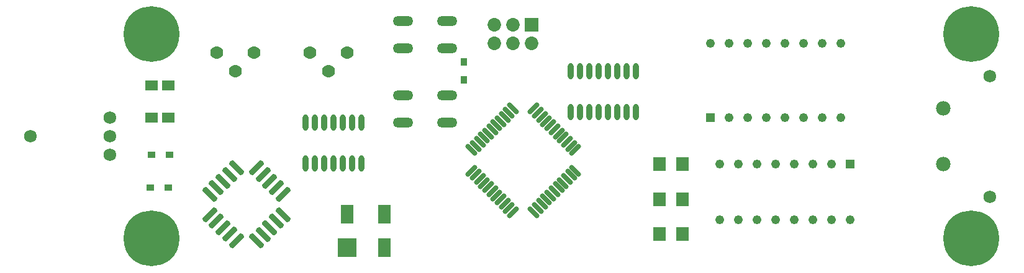
<source format=gbr>
G04 DipTrace 3.3.0.0*
G04 TopMask.gbr*
%MOIN*%
G04 #@! TF.FileFunction,Soldermask,Top*
G04 #@! TF.Part,Single*
%AMOUTLINE1*
4,1,16,
-0.028155,-0.008663,
-0.031201,-0.013509,
-0.031891,-0.019649,
-0.029851,-0.025482,
-0.025482,-0.029851,
-0.019649,-0.031891,
-0.013509,-0.031201,
-0.008663,-0.028155,
0.028155,0.008663,
0.031201,0.013509,
0.031891,0.019649,
0.029851,0.025482,
0.025482,0.029851,
0.019649,0.031891,
0.013509,0.031201,
0.008663,0.028155,
-0.028155,-0.008663,
0*%
%AMOUTLINE4*
4,1,16,
0.008663,-0.028155,
0.013509,-0.031201,
0.019649,-0.031891,
0.025482,-0.029851,
0.029851,-0.025482,
0.031891,-0.019649,
0.031201,-0.013509,
0.028155,-0.008663,
-0.008663,0.028155,
-0.013509,0.031201,
-0.019649,0.031891,
-0.025482,0.029851,
-0.029851,0.025482,
-0.031891,0.019649,
-0.031201,0.013509,
-0.028155,0.008663,
0.008663,-0.028155,
0*%
%AMOUTLINE7*
4,1,16,
-0.012377,0.03492,
-0.018037,0.038476,
-0.025131,0.039274,
-0.031869,0.036917,
-0.036917,0.031869,
-0.039274,0.025131,
-0.038476,0.018037,
-0.03492,0.012377,
0.012377,-0.03492,
0.018037,-0.038476,
0.025131,-0.039274,
0.031869,-0.036917,
0.036917,-0.031869,
0.039274,-0.025131,
0.038476,-0.018037,
0.03492,-0.012377,
-0.012377,0.03492,
0*%
%AMOUTLINE10*
4,1,16,
-0.03492,-0.012377,
-0.038476,-0.018037,
-0.039274,-0.025131,
-0.036917,-0.031869,
-0.031869,-0.036917,
-0.025131,-0.039274,
-0.018037,-0.038476,
-0.012377,-0.03492,
0.03492,0.012377,
0.038476,0.018037,
0.039274,0.025131,
0.036917,0.031869,
0.031869,0.036917,
0.025131,0.039274,
0.018037,0.038476,
0.012377,0.03492,
-0.03492,-0.012377,
0*%
%AMOUTLINE13*
4,1,8,
-0.038361,0.017109,
-0.038361,0.029559,
-0.029559,0.038361,
-0.017109,0.038361,
0.038361,-0.017109,
0.038361,-0.029559,
0.029559,-0.038361,
0.017109,-0.038361,
-0.038361,0.017109,
0*%
%ADD25C,0.001312*%
%ADD26C,0.3*%
%ADD50C,0.145699*%
%ADD62R,0.098431X0.098431*%
%ADD64R,0.066935X0.098431*%
%ADD66O,0.10788X0.05288*%
%ADD68C,0.07788*%
%ADD70O,0.03188X0.08788*%
%ADD72C,0.06988*%
%ADD74R,0.06788X0.07288*%
%ADD76R,0.04788X0.04788*%
%ADD78C,0.04788*%
%ADD80C,0.06788*%
%ADD82R,0.07288X0.07288*%
%ADD84C,0.07288*%
%ADD86R,0.04388X0.03488*%
%ADD88R,0.03488X0.04388*%
%ADD92R,0.06788X0.05788*%
%ADD98OUTLINE1*%
%ADD101OUTLINE4*%
%ADD104OUTLINE7*%
%ADD107OUTLINE10*%
%ADD110OUTLINE13*%
%FSLAX26Y26*%
G04*
G70*
G90*
G75*
G01*
G04 TopMask*
%LPD*%
D88*
X2625000Y1150000D3*
Y1054000D3*
D86*
X950000Y650000D3*
X1046000D3*
X1037500Y475000D3*
X941500D3*
D50*
X950000Y200000D3*
X5350000Y1300000D3*
Y200000D3*
X950000Y1300000D3*
D84*
X2987500Y1250000D3*
X2887500Y1350000D3*
X2787500D3*
D82*
X2987500D3*
D84*
X2787500Y1250000D3*
X2887500D3*
D80*
X300000Y750000D3*
X5450000Y1075000D3*
Y425000D3*
D78*
X3950000Y1250000D3*
X4050000D3*
X4150000D3*
X4250000D3*
X4350000D3*
X4450000D3*
X4550000D3*
X4650000D3*
Y850000D3*
X4550000D3*
X4450000D3*
X4350000D3*
X4250000D3*
X4150000D3*
X4050000D3*
D76*
X3950000D3*
D74*
X3800000Y225000D3*
X3675000D3*
X3800000Y412500D3*
X3675000D3*
X3800000Y600000D3*
X3675000D3*
D92*
X1037500Y850000D3*
X947500D3*
X950000Y1025000D3*
X1040000D3*
D72*
X2000000Y1200000D3*
X1800000D3*
X1900000Y1100000D3*
X1500000Y1200000D3*
X1300000D3*
X1400000Y1100000D3*
D70*
X3250000D3*
X3200000D3*
X3550000Y880000D3*
X3200000D3*
X3300000Y1100000D3*
X3350000D3*
X3400000D3*
X3450000D3*
X3500000D3*
X3550000D3*
X3500000Y880000D3*
X3450000D3*
X3400000D3*
X3350000D3*
X3300000D3*
X3250000D3*
D68*
X5200000Y600000D3*
Y900000D3*
D80*
X725000Y650000D3*
Y750000D3*
Y850000D3*
D66*
X2300000Y1225000D3*
X2535000D3*
Y1370000D3*
X2300000D3*
Y825000D3*
X2535000D3*
Y970000D3*
X2300000D3*
D98*
X3000000Y900000D3*
D101*
Y343223D3*
X2888646Y900000D3*
D98*
X3022272Y877728D3*
X3044543Y855458D3*
X3066814Y833186D3*
X3089085Y810916D3*
X3111356Y788644D3*
X3133627Y766374D3*
X3155898Y744102D3*
X3178169Y721832D3*
X3200440Y699560D3*
X3222711Y677289D3*
D101*
Y565934D3*
X3200440Y543663D3*
X3178168Y521391D3*
X3155898Y499121D3*
X3133627Y476849D3*
X3111356Y454579D3*
X3089085Y432307D3*
X3066814Y410037D3*
X3044543Y387765D3*
X3022272Y365495D3*
D98*
X2888646Y343223D3*
X2866374Y365495D3*
X2844102Y387765D3*
X2821832Y410037D3*
X2799560Y432307D3*
X2777290Y454579D3*
X2755018Y476849D3*
X2732748Y499121D3*
X2710476Y521391D3*
X2688206Y543663D3*
X2665934Y565934D3*
D101*
Y677289D3*
X2688206Y699560D3*
X2710476Y721832D3*
X2732748Y744102D3*
X2755018Y766374D3*
X2777290Y788644D3*
X2799560Y810916D3*
X2821832Y833186D3*
X2844102Y855457D3*
X2866373Y877728D3*
D104*
X1512500Y187500D3*
X1547854Y222856D3*
X1618566Y293567D3*
X1654629Y329629D3*
D107*
Y438524D3*
X1618566Y474585D3*
X1583210Y509941D3*
X1547854Y545297D3*
X1512500Y580652D3*
D104*
X1403605D3*
X1367543Y544589D3*
X1332188Y509234D3*
X1296832Y473879D3*
X1261476Y438524D3*
D107*
Y329629D3*
X1296832Y294273D3*
X1332188Y258919D3*
X1367543Y223563D3*
X1403605Y187500D3*
D110*
X1583210Y258211D3*
D78*
X4700000Y300000D3*
X4600000D3*
X4500000D3*
X4400000D3*
X4300000D3*
X4200000D3*
X4100000D3*
X4000000D3*
Y600000D3*
X4100000D3*
X4200000D3*
X4300000D3*
X4400000D3*
X4500000D3*
X4600000D3*
D76*
X4700000D3*
D70*
X2075000Y825000D3*
Y605000D3*
X2025000D3*
X1975000D3*
X1925000D3*
X1875000D3*
X1825000D3*
X1775000D3*
Y825000D3*
X1825000D3*
X1875000D3*
X1925000D3*
X1975000D3*
X2025000D3*
D64*
X2200000Y150000D3*
X1999214Y331102D3*
D62*
Y150000D3*
D64*
X2200000Y331102D3*
X950000Y1350000D2*
D25*
Y1353488D1*
Y1356959D1*
Y1360396D1*
Y1363782D1*
Y1367101D1*
Y1370337D1*
Y1373474D1*
Y1376496D1*
Y1379389D1*
Y1382139D1*
Y1384733D1*
Y1387157D1*
Y1389401D1*
Y1391452D1*
Y1393301D1*
Y1394940D1*
Y1396359D1*
Y1397553D1*
Y1398515D1*
Y1399240D1*
Y1399726D1*
Y1399970D1*
Y1399726D1*
Y1399240D1*
Y1398515D1*
Y1397553D1*
Y1396359D1*
Y1394940D1*
Y1393301D1*
Y1391452D1*
Y1389401D1*
Y1387157D1*
Y1384733D1*
Y1382139D1*
Y1379389D1*
Y1376496D1*
Y1373474D1*
Y1370337D1*
Y1367101D1*
Y1363782D1*
Y1360396D1*
Y1356959D1*
Y1353488D1*
Y1350000D1*
Y1346512D1*
Y1343041D1*
Y1339604D1*
Y1336218D1*
Y1332899D1*
Y1329663D1*
Y1326526D1*
Y1323504D1*
Y1320611D1*
Y1317861D1*
Y1315267D1*
Y1312843D1*
Y1310599D1*
Y1308548D1*
Y1306699D1*
Y1305060D1*
Y1303641D1*
Y1302447D1*
Y1301485D1*
Y1300760D1*
Y1300274D1*
Y1300030D1*
Y1300274D1*
Y1300760D1*
Y1301485D1*
Y1302447D1*
Y1303641D1*
Y1305060D1*
Y1306699D1*
Y1308548D1*
Y1310599D1*
Y1312843D1*
Y1315267D1*
Y1317861D1*
Y1320611D1*
Y1323504D1*
Y1326526D1*
Y1329663D1*
Y1332899D1*
Y1336218D1*
Y1339604D1*
Y1343041D1*
Y1346512D1*
Y1350000D1*
D26*
Y1300000D3*
X5350000D3*
X950000Y200000D3*
X5350000D3*
M02*

</source>
